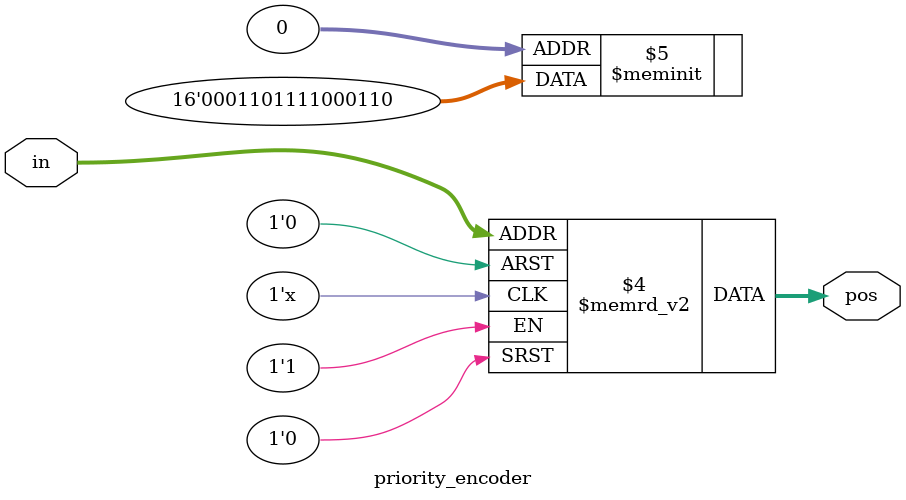
<source format=v>
module priority_encoder( 
input [2:0] in,
output reg [1:0] pos ); 
// When sel=1, assign b to out
always @(*)
begin
casex (in)
3'b000: pos = 2'b10;
3'b001: pos = 2'b01;
3'b010: pos = 2'b00;
3'b011: pos = 2'b11;
3'b100: pos = 2'b11;
3'b101: pos = 2'b10;
3'b110: pos = 2'b01;
3'b111: pos = 2'b00;
endcase
end
endmodule

</source>
